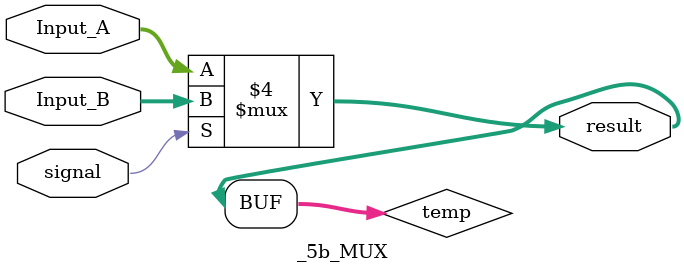
<source format=v>
`timescale 1 ns / 1 ps 

module _5b_MUX (Input_A, Input_B, signal, result); 
	  
input [4:0] Input_A, Input_B; 
input signal; 
 
output [4:0] result;		 
 
reg[4:0] temp; 
 
always @(Input_A or Input_B or signal) begin 
	if (signal==0) 
		temp=Input_A; 
	else 
		temp=Input_B; 
		 
end					 
 
assign result=temp; 
	 
 
endmodule 

 
</source>
